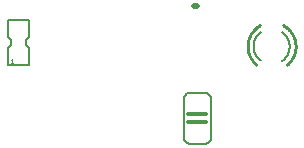
<source format=gto>
G75*
%MOIN*%
%OFA0B0*%
%FSLAX25Y25*%
%IPPOS*%
%LPD*%
%AMOC8*
5,1,8,0,0,1.08239X$1,22.5*
%
%ADD10C,0.00600*%
%ADD11C,0.01200*%
%ADD12C,0.01000*%
%ADD13C,0.02000*%
%ADD14C,0.00800*%
%ADD15C,0.00100*%
D10*
X0068980Y0009224D02*
X0068980Y0022224D01*
X0068982Y0022311D01*
X0068988Y0022398D01*
X0068997Y0022485D01*
X0069010Y0022571D01*
X0069027Y0022657D01*
X0069048Y0022742D01*
X0069073Y0022825D01*
X0069101Y0022908D01*
X0069132Y0022989D01*
X0069167Y0023069D01*
X0069206Y0023147D01*
X0069248Y0023224D01*
X0069293Y0023299D01*
X0069342Y0023371D01*
X0069393Y0023442D01*
X0069448Y0023510D01*
X0069505Y0023575D01*
X0069566Y0023638D01*
X0069629Y0023699D01*
X0069694Y0023756D01*
X0069762Y0023811D01*
X0069833Y0023862D01*
X0069905Y0023911D01*
X0069980Y0023956D01*
X0070057Y0023998D01*
X0070135Y0024037D01*
X0070215Y0024072D01*
X0070296Y0024103D01*
X0070379Y0024131D01*
X0070462Y0024156D01*
X0070547Y0024177D01*
X0070633Y0024194D01*
X0070719Y0024207D01*
X0070806Y0024216D01*
X0070893Y0024222D01*
X0070980Y0024224D01*
X0075980Y0024224D01*
X0076067Y0024222D01*
X0076154Y0024216D01*
X0076241Y0024207D01*
X0076327Y0024194D01*
X0076413Y0024177D01*
X0076498Y0024156D01*
X0076581Y0024131D01*
X0076664Y0024103D01*
X0076745Y0024072D01*
X0076825Y0024037D01*
X0076903Y0023998D01*
X0076980Y0023956D01*
X0077055Y0023911D01*
X0077127Y0023862D01*
X0077198Y0023811D01*
X0077266Y0023756D01*
X0077331Y0023699D01*
X0077394Y0023638D01*
X0077455Y0023575D01*
X0077512Y0023510D01*
X0077567Y0023442D01*
X0077618Y0023371D01*
X0077667Y0023299D01*
X0077712Y0023224D01*
X0077754Y0023147D01*
X0077793Y0023069D01*
X0077828Y0022989D01*
X0077859Y0022908D01*
X0077887Y0022825D01*
X0077912Y0022742D01*
X0077933Y0022657D01*
X0077950Y0022571D01*
X0077963Y0022485D01*
X0077972Y0022398D01*
X0077978Y0022311D01*
X0077980Y0022224D01*
X0077980Y0009224D01*
X0077978Y0009137D01*
X0077972Y0009050D01*
X0077963Y0008963D01*
X0077950Y0008877D01*
X0077933Y0008791D01*
X0077912Y0008706D01*
X0077887Y0008623D01*
X0077859Y0008540D01*
X0077828Y0008459D01*
X0077793Y0008379D01*
X0077754Y0008301D01*
X0077712Y0008224D01*
X0077667Y0008149D01*
X0077618Y0008077D01*
X0077567Y0008006D01*
X0077512Y0007938D01*
X0077455Y0007873D01*
X0077394Y0007810D01*
X0077331Y0007749D01*
X0077266Y0007692D01*
X0077198Y0007637D01*
X0077127Y0007586D01*
X0077055Y0007537D01*
X0076980Y0007492D01*
X0076903Y0007450D01*
X0076825Y0007411D01*
X0076745Y0007376D01*
X0076664Y0007345D01*
X0076581Y0007317D01*
X0076498Y0007292D01*
X0076413Y0007271D01*
X0076327Y0007254D01*
X0076241Y0007241D01*
X0076154Y0007232D01*
X0076067Y0007226D01*
X0075980Y0007224D01*
X0070980Y0007224D01*
X0070893Y0007226D01*
X0070806Y0007232D01*
X0070719Y0007241D01*
X0070633Y0007254D01*
X0070547Y0007271D01*
X0070462Y0007292D01*
X0070379Y0007317D01*
X0070296Y0007345D01*
X0070215Y0007376D01*
X0070135Y0007411D01*
X0070057Y0007450D01*
X0069980Y0007492D01*
X0069905Y0007537D01*
X0069833Y0007586D01*
X0069762Y0007637D01*
X0069694Y0007692D01*
X0069629Y0007749D01*
X0069566Y0007810D01*
X0069505Y0007873D01*
X0069448Y0007938D01*
X0069393Y0008006D01*
X0069342Y0008077D01*
X0069293Y0008149D01*
X0069248Y0008224D01*
X0069206Y0008301D01*
X0069167Y0008379D01*
X0069132Y0008459D01*
X0069101Y0008540D01*
X0069073Y0008623D01*
X0069048Y0008706D01*
X0069027Y0008791D01*
X0069010Y0008877D01*
X0068997Y0008963D01*
X0068988Y0009050D01*
X0068982Y0009137D01*
X0068980Y0009224D01*
X0092205Y0039661D02*
X0092207Y0039813D01*
X0092213Y0039964D01*
X0092222Y0040115D01*
X0092236Y0040267D01*
X0092253Y0040417D01*
X0092274Y0040567D01*
X0092299Y0040717D01*
X0092327Y0040866D01*
X0092360Y0041014D01*
X0092396Y0041161D01*
X0092435Y0041308D01*
X0092479Y0041453D01*
X0092526Y0041597D01*
X0092577Y0041740D01*
X0092631Y0041881D01*
X0092689Y0042022D01*
X0092750Y0042160D01*
X0092815Y0042297D01*
X0092884Y0042433D01*
X0092955Y0042566D01*
X0093030Y0042698D01*
X0093109Y0042828D01*
X0093190Y0042955D01*
X0093275Y0043081D01*
X0093363Y0043205D01*
X0093454Y0043326D01*
X0093548Y0043445D01*
X0093646Y0043561D01*
X0093746Y0043675D01*
X0093848Y0043787D01*
X0093954Y0043895D01*
X0094062Y0044001D01*
X0094173Y0044105D01*
X0094287Y0044205D01*
X0094403Y0044303D01*
X0094522Y0044397D01*
X0104205Y0039662D02*
X0104203Y0039508D01*
X0104197Y0039354D01*
X0104187Y0039200D01*
X0104173Y0039046D01*
X0104156Y0038893D01*
X0104134Y0038741D01*
X0104108Y0038589D01*
X0104079Y0038437D01*
X0104045Y0038287D01*
X0104008Y0038137D01*
X0103967Y0037989D01*
X0103922Y0037841D01*
X0103873Y0037695D01*
X0103821Y0037550D01*
X0103765Y0037407D01*
X0103705Y0037264D01*
X0103642Y0037124D01*
X0103575Y0036985D01*
X0103504Y0036848D01*
X0103430Y0036713D01*
X0103353Y0036580D01*
X0103272Y0036448D01*
X0103188Y0036319D01*
X0103100Y0036192D01*
X0103009Y0036068D01*
X0102916Y0035946D01*
X0102818Y0035826D01*
X0102718Y0035709D01*
X0102615Y0035594D01*
X0102509Y0035482D01*
X0102401Y0035373D01*
X0102289Y0035267D01*
X0102175Y0035163D01*
X0102058Y0035063D01*
X0101939Y0034965D01*
X0101817Y0034871D01*
X0101692Y0034780D01*
X0104205Y0039661D02*
X0104203Y0039811D01*
X0104197Y0039962D01*
X0104188Y0040112D01*
X0104175Y0040261D01*
X0104158Y0040411D01*
X0104137Y0040560D01*
X0104113Y0040708D01*
X0104085Y0040856D01*
X0104053Y0041003D01*
X0104018Y0041149D01*
X0103978Y0041294D01*
X0103936Y0041438D01*
X0103889Y0041581D01*
X0103839Y0041723D01*
X0103786Y0041864D01*
X0103729Y0042003D01*
X0103669Y0042141D01*
X0103605Y0042277D01*
X0103538Y0042411D01*
X0103467Y0042544D01*
X0103393Y0042675D01*
X0103316Y0042804D01*
X0103235Y0042931D01*
X0103152Y0043056D01*
X0103065Y0043179D01*
X0102976Y0043300D01*
X0102883Y0043418D01*
X0102787Y0043534D01*
X0102689Y0043648D01*
X0102588Y0043759D01*
X0102483Y0043868D01*
X0102377Y0043973D01*
X0102267Y0044077D01*
X0102155Y0044177D01*
X0102041Y0044275D01*
X0101924Y0044369D01*
X0101805Y0044461D01*
X0092205Y0039661D02*
X0092207Y0039509D01*
X0092213Y0039358D01*
X0092222Y0039207D01*
X0092236Y0039055D01*
X0092253Y0038905D01*
X0092274Y0038755D01*
X0092299Y0038605D01*
X0092327Y0038456D01*
X0092360Y0038308D01*
X0092396Y0038161D01*
X0092435Y0038014D01*
X0092479Y0037869D01*
X0092526Y0037725D01*
X0092577Y0037582D01*
X0092631Y0037441D01*
X0092689Y0037300D01*
X0092750Y0037162D01*
X0092815Y0037025D01*
X0092884Y0036889D01*
X0092955Y0036756D01*
X0093030Y0036624D01*
X0093109Y0036494D01*
X0093190Y0036367D01*
X0093275Y0036241D01*
X0093363Y0036117D01*
X0093454Y0035996D01*
X0093548Y0035877D01*
X0093646Y0035761D01*
X0093746Y0035647D01*
X0093848Y0035535D01*
X0093954Y0035427D01*
X0094062Y0035321D01*
X0094173Y0035217D01*
X0094287Y0035117D01*
X0094403Y0035019D01*
X0094522Y0034925D01*
D11*
X0076480Y0016924D02*
X0070480Y0016924D01*
X0070480Y0014424D02*
X0076480Y0014424D01*
D12*
X0106205Y0039661D02*
X0106203Y0039853D01*
X0106196Y0040045D01*
X0106184Y0040237D01*
X0106168Y0040429D01*
X0106147Y0040620D01*
X0106122Y0040810D01*
X0106092Y0041000D01*
X0106058Y0041189D01*
X0106019Y0041377D01*
X0105975Y0041564D01*
X0105927Y0041750D01*
X0105875Y0041935D01*
X0105818Y0042119D01*
X0105757Y0042301D01*
X0105691Y0042481D01*
X0105621Y0042660D01*
X0105547Y0042838D01*
X0105469Y0043013D01*
X0105386Y0043187D01*
X0105299Y0043358D01*
X0105209Y0043527D01*
X0105114Y0043694D01*
X0105015Y0043859D01*
X0104912Y0044022D01*
X0104805Y0044181D01*
X0104695Y0044339D01*
X0104581Y0044493D01*
X0104463Y0044645D01*
X0104341Y0044794D01*
X0104216Y0044940D01*
X0104088Y0045082D01*
X0103956Y0045222D01*
X0103821Y0045359D01*
X0103682Y0045492D01*
X0103541Y0045622D01*
X0103396Y0045748D01*
X0103248Y0045871D01*
X0103098Y0045990D01*
X0102944Y0046106D01*
X0102788Y0046218D01*
X0102629Y0046326D01*
X0102468Y0046431D01*
X0102304Y0046531D01*
X0102138Y0046627D01*
X0101970Y0046720D01*
X0094236Y0046608D02*
X0094067Y0046509D01*
X0093901Y0046405D01*
X0093737Y0046298D01*
X0093576Y0046187D01*
X0093418Y0046072D01*
X0093263Y0045953D01*
X0093110Y0045830D01*
X0092961Y0045704D01*
X0092815Y0045574D01*
X0092672Y0045440D01*
X0092532Y0045303D01*
X0092396Y0045163D01*
X0092263Y0045019D01*
X0092134Y0044872D01*
X0092008Y0044722D01*
X0091887Y0044569D01*
X0091768Y0044413D01*
X0091654Y0044254D01*
X0091544Y0044093D01*
X0091438Y0043928D01*
X0091335Y0043762D01*
X0091237Y0043592D01*
X0091143Y0043421D01*
X0091053Y0043247D01*
X0090968Y0043071D01*
X0090886Y0042893D01*
X0090810Y0042713D01*
X0090737Y0042531D01*
X0090669Y0042348D01*
X0090606Y0042163D01*
X0090547Y0041976D01*
X0090493Y0041788D01*
X0090443Y0041599D01*
X0090398Y0041409D01*
X0090358Y0041217D01*
X0090322Y0041025D01*
X0090291Y0040832D01*
X0090265Y0040638D01*
X0090243Y0040443D01*
X0090227Y0040248D01*
X0090215Y0040053D01*
X0090207Y0039857D01*
X0090205Y0039662D01*
X0090205Y0039661D02*
X0090207Y0039468D01*
X0090214Y0039275D01*
X0090226Y0039083D01*
X0090242Y0038890D01*
X0090263Y0038698D01*
X0090289Y0038507D01*
X0090319Y0038317D01*
X0090354Y0038127D01*
X0090393Y0037938D01*
X0090437Y0037750D01*
X0090485Y0037563D01*
X0090538Y0037377D01*
X0090595Y0037193D01*
X0090657Y0037010D01*
X0090723Y0036829D01*
X0090794Y0036649D01*
X0090868Y0036471D01*
X0090947Y0036295D01*
X0091031Y0036121D01*
X0091118Y0035949D01*
X0091210Y0035779D01*
X0091306Y0035612D01*
X0091405Y0035446D01*
X0091509Y0035283D01*
X0091616Y0035123D01*
X0091728Y0034966D01*
X0091843Y0034811D01*
X0091962Y0034659D01*
X0092084Y0034510D01*
X0092210Y0034363D01*
X0092340Y0034220D01*
X0092473Y0034080D01*
X0092609Y0033944D01*
X0092749Y0033810D01*
X0092891Y0033681D01*
X0093037Y0033554D01*
X0103327Y0033515D02*
X0103475Y0033642D01*
X0103620Y0033772D01*
X0103761Y0033905D01*
X0103900Y0034042D01*
X0104035Y0034182D01*
X0104166Y0034326D01*
X0104294Y0034473D01*
X0104419Y0034622D01*
X0104540Y0034775D01*
X0104657Y0034930D01*
X0104770Y0035089D01*
X0104879Y0035250D01*
X0104984Y0035414D01*
X0105086Y0035580D01*
X0105183Y0035749D01*
X0105276Y0035919D01*
X0105365Y0036093D01*
X0105450Y0036268D01*
X0105530Y0036445D01*
X0105606Y0036624D01*
X0105678Y0036805D01*
X0105745Y0036988D01*
X0105808Y0037172D01*
X0105866Y0037358D01*
X0105920Y0037545D01*
X0105969Y0037733D01*
X0106014Y0037923D01*
X0106054Y0038113D01*
X0106089Y0038305D01*
X0106120Y0038497D01*
X0106146Y0038690D01*
X0106167Y0038884D01*
X0106184Y0039078D01*
X0106196Y0039272D01*
X0106203Y0039466D01*
X0106205Y0039661D01*
D13*
X0073193Y0053047D02*
X0072193Y0053047D01*
D14*
X0010488Y0039465D02*
X0010488Y0033559D01*
X0017181Y0033559D01*
X0017181Y0039465D01*
X0017108Y0039501D01*
X0017037Y0039542D01*
X0016967Y0039585D01*
X0016900Y0039632D01*
X0016835Y0039682D01*
X0016773Y0039735D01*
X0016713Y0039790D01*
X0016656Y0039849D01*
X0016601Y0039910D01*
X0016550Y0039974D01*
X0016501Y0040040D01*
X0016456Y0040108D01*
X0016414Y0040178D01*
X0016375Y0040250D01*
X0016339Y0040324D01*
X0016308Y0040399D01*
X0016279Y0040476D01*
X0016255Y0040554D01*
X0016234Y0040633D01*
X0016217Y0040713D01*
X0016203Y0040794D01*
X0016194Y0040875D01*
X0016188Y0040957D01*
X0016186Y0041039D01*
X0016188Y0041121D01*
X0016194Y0041203D01*
X0016203Y0041284D01*
X0016217Y0041365D01*
X0016234Y0041445D01*
X0016255Y0041524D01*
X0016279Y0041602D01*
X0016308Y0041679D01*
X0016339Y0041754D01*
X0016375Y0041828D01*
X0016414Y0041900D01*
X0016456Y0041970D01*
X0016501Y0042038D01*
X0016550Y0042104D01*
X0016601Y0042168D01*
X0016656Y0042229D01*
X0016713Y0042288D01*
X0016773Y0042343D01*
X0016835Y0042396D01*
X0016900Y0042446D01*
X0016967Y0042493D01*
X0017037Y0042536D01*
X0017108Y0042577D01*
X0017181Y0042613D01*
X0017181Y0042614D02*
X0017181Y0048520D01*
X0010488Y0048520D01*
X0010488Y0042614D01*
X0010488Y0042613D02*
X0010561Y0042577D01*
X0010632Y0042536D01*
X0010702Y0042493D01*
X0010769Y0042446D01*
X0010834Y0042396D01*
X0010896Y0042343D01*
X0010956Y0042288D01*
X0011013Y0042229D01*
X0011068Y0042168D01*
X0011119Y0042104D01*
X0011168Y0042038D01*
X0011213Y0041970D01*
X0011255Y0041900D01*
X0011294Y0041828D01*
X0011330Y0041754D01*
X0011361Y0041679D01*
X0011390Y0041602D01*
X0011414Y0041524D01*
X0011435Y0041445D01*
X0011452Y0041365D01*
X0011466Y0041284D01*
X0011475Y0041203D01*
X0011481Y0041121D01*
X0011483Y0041039D01*
X0011481Y0040957D01*
X0011475Y0040875D01*
X0011466Y0040794D01*
X0011452Y0040713D01*
X0011435Y0040633D01*
X0011414Y0040554D01*
X0011390Y0040476D01*
X0011361Y0040399D01*
X0011330Y0040324D01*
X0011294Y0040250D01*
X0011255Y0040178D01*
X0011213Y0040108D01*
X0011168Y0040040D01*
X0011119Y0039974D01*
X0011068Y0039910D01*
X0011013Y0039849D01*
X0010956Y0039790D01*
X0010896Y0039735D01*
X0010834Y0039682D01*
X0010769Y0039632D01*
X0010702Y0039585D01*
X0010632Y0039542D01*
X0010561Y0039501D01*
X0010488Y0039465D01*
D15*
X0011693Y0035301D02*
X0011326Y0034934D01*
X0011693Y0035301D02*
X0011693Y0034200D01*
X0011326Y0034200D02*
X0012060Y0034200D01*
M02*

</source>
